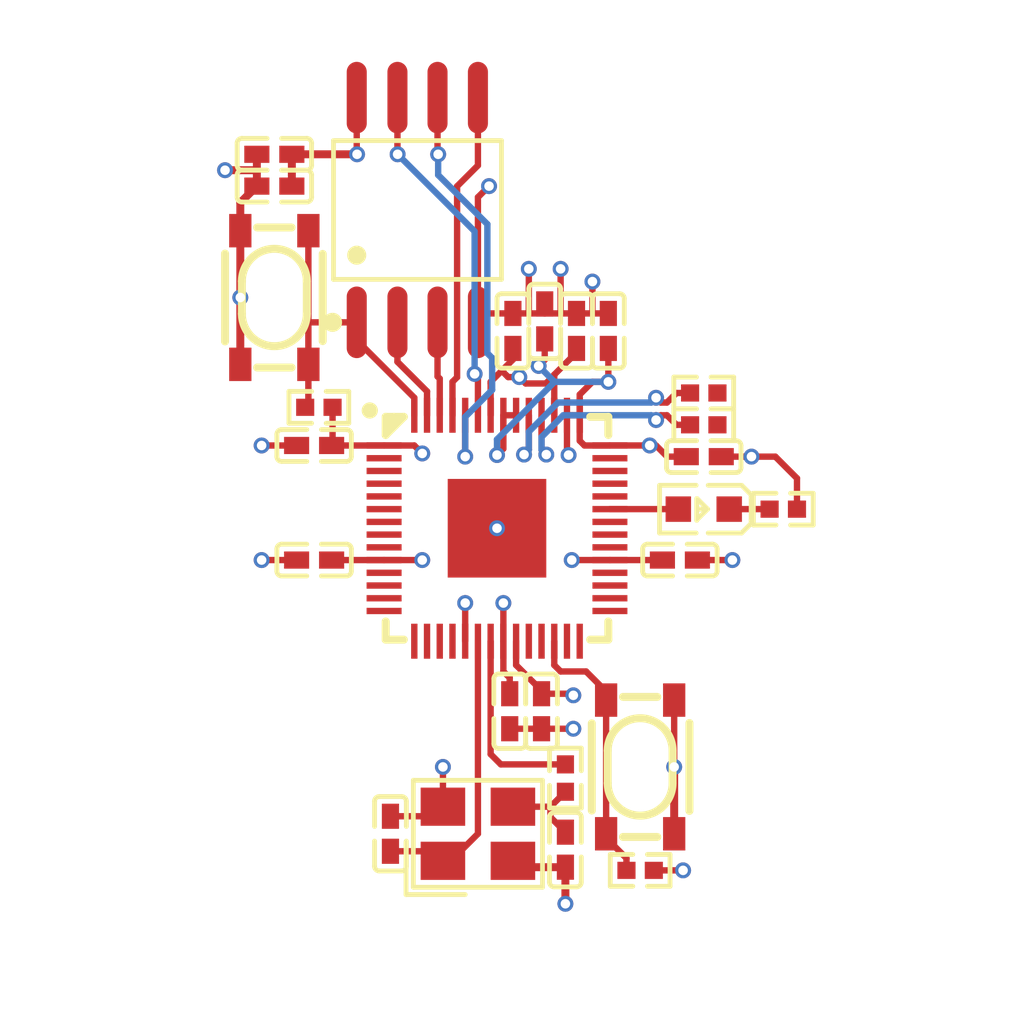
<source format=kicad_pcb>
(kicad_pcb (version 20241229) (generator "pcbnew") (generator_version "9.0")
  (layers (0 "F.Cu" signal) (4 "In1.Cu" signal) (6 "In2.Cu" signal) (2 "B.Cu" signal) (13 "F.Paste" user) (15 "B.Paste" user) (5 "F.SilkS" user "F.Silkscreen") (7 "B.SilkS" user "B.Silkscreen") (1 "F.Mask" user) (3 "B.Mask" user) (25 "Edge.Cuts" user))
  (net 0 "")
  (net 1 "_core_regulator_out_power-VCC")
  (net 2 "gpio[29]-line")
  (net 3 "input-USB_D_P")
  (net 4 "gpio[26]-line")
  (net 5 "GPIO22")
  (net 6 "input-USB_D_N")
  (net 7 "GPIO24")
  (net 8 "GPIO11")
  (net 9 "gpio[28]-line")
  (net 10 "GPIO5")
  (net 11 "SWD_CLK")
  (net 12 "GPIO16")
  (net 13 "gpio[27]-line")
  (net 14 "GPIO9")
  (net 15 "K")
  (net 16 "GPIO15")
  (net 17 "SCL")
  (net 18 "TX")
  (net 19 "XOUT")
  (net 20 "GPIO14")
  (net 21 "SCLK")
  (net 22 "GPIO21")
  (net 23 "GPIO23")
  (net 24 "XIN")
  (net 25 "RX")
  (net 26 "SDA")
  (net 27 "MOSI")
  (net 28 "GPIO8")
  (net 29 "GPIO10")
  (net 30 "MISO")
  (net 31 "GPIO6")
  (net 32 "GPIO17")
  (net 33 "GPIO4")
  (net 34 "GPIO12")
  (net 35 "GPIO13")
  (net 36 "GPIO7")
  (net 37 "SWD_DIO")
  (net 38 "data_1")
  (net 39 "power-VCC")
  (net 40 "A")
  (net 41 "clock")
  (net 42 "data_0")
  (net 43 "data_2")
  (net 44 "data_3")
  (net 45 "output")
  (net 46 "GND")
  (net 47 "output-USB_D_P")
  (net 48 "output-USB_D_N")
  (net 49 "RUN")
  (net 50 "chip_select")
  (footprint "ALPSALPINE_SKRPACE010:KEY-SMD_4P-L4.2-W3.2-P2.20-LS4.6" (layer "F.Cu") (at -7 -7.25 -90)
    (property "Reference" "SW1" (hide yes))
    (property "Value" "")
    (pad "1" smd rect (at -2.1 -1.07 270) (size 1.05 0.7) (layers "F.Cu" "F.Mask" "F.Paste") (net 50 "chip_select"))
    (pad "2" smd rect (at 2.1 -1.07 270) (size 1.05 0.7) (layers "F.Cu" "F.Mask" "F.Paste") (net 50 "chip_select"))
    (pad "3" smd rect (at -2.1 1.07 270) (size 1.05 0.7) (layers "F.Cu" "F.Mask" "F.Paste") (net 46 "GND"))
    (pad "4" smd rect (at 2.1 1.07 270) (size 1.05 0.7) (layers "F.Cu" "F.Mask" "F.Paste") (net 46 "GND"))
  )
  (footprint "Samsung_Electro_Mechanics_CL05B104KO5NNNC:C0402" (layer "F.Cu") (at -5.75 1 180)
    (property "Reference" "C14" (hide yes))
    (property "Value" "100nF ±10% 16V X7R")
    (pad "1" smd rect (at -0.55 0 180) (size 0.79 0.54) (layers "F.Cu" "F.Mask" "F.Paste") (net 39 "power-VCC"))
    (pad "2" smd rect (at 0.55 0 180) (size 0.79 0.54) (layers "F.Cu" "F.Mask" "F.Paste") (net 46 "GND"))
  )
  (footprint "Samsung_Electro_Mechanics_CL05B104KO5NNNC:C0402" (layer "F.Cu") (at -7 -10.75 180)
    (property "Reference" "C16" (hide yes))
    (property "Value" "100nF ±10% 16V X7R")
    (pad "1" smd rect (at -0.55 0 180) (size 0.79 0.54) (layers "F.Cu" "F.Mask" "F.Paste") (net 39 "power-VCC"))
    (pad "2" smd rect (at 0.55 0 180) (size 0.79 0.54) (layers "F.Cu" "F.Mask" "F.Paste") (net 46 "GND"))
  )
  (footprint "UNI_ROYAL_0402WGF1001TCE:R0402" (layer "F.Cu") (at 2.15 7.85 90)
    (property "Reference" "R2" (hide yes))
    (property "Value" "1kΩ ±1% 62.5mW")
    (pad "1" smd rect (at -0.43 0 90) (size 0.57 0.54) (layers "F.Cu" "F.Mask" "F.Paste") (net 45 "output"))
    (pad "2" smd rect (at 0.43 0 90) (size 0.57 0.54) (layers "F.Cu" "F.Mask" "F.Paste") (net 19 "XOUT"))
  )
  (footprint "Samsung_Electro_Mechanics_CL05A225MQ5NSNC:C0402" (layer "F.Cu") (at -7 -11.75 180)
    (property "Reference" "C15" (hide yes))
    (property "Value" "2.2µF ±20% 6.3V X5R")
    (pad "1" smd rect (at -0.55 0 180) (size 0.79 0.54) (layers "F.Cu" "F.Mask" "F.Paste") (net 39 "power-VCC"))
    (pad "2" smd rect (at 0.55 0 180) (size 0.79 0.54) (layers "F.Cu" "F.Mask" "F.Paste") (net 46 "GND"))
  )
  (footprint "Samsung_Electro_Mechanics_CL05A225MQ5NSNC:C0402" (layer "F.Cu") (at 3.5 -6.2 90)
    (property "Reference" "C8" (hide yes))
    (property "Value" "2.2µF ±20% 6.3V X5R")
    (pad "1" smd rect (at -0.55 0 90) (size 0.79 0.54) (layers "F.Cu" "F.Mask" "F.Paste") (net 39 "power-VCC"))
    (pad "2" smd rect (at 0.55 0 90) (size 0.79 0.54) (layers "F.Cu" "F.Mask" "F.Paste") (net 46 "GND"))
  )
  (footprint "Samsung_Electro_Mechanics_CL05B104KO5NNNC:C0402" (layer "F.Cu") (at 1.5 -6.5 90)
    (property "Reference" "C9" (hide yes))
    (property "Value" "100nF ±10% 16V X7R")
    (pad "1" smd rect (at -0.55 0 90) (size 0.79 0.54) (layers "F.Cu" "F.Mask" "F.Paste") (net 39 "power-VCC"))
    (pad "2" smd rect (at 0.55 0 90) (size 0.79 0.54) (layers "F.Cu" "F.Mask" "F.Paste") (net 46 "GND"))
  )
  (footprint "UNI_ROYAL_0402WGF1002TCE:R0402" (layer "F.Cu") (at 4.5 10.75 0)
    (property "Reference" "R4" (hide yes))
    (property "Value" "10kΩ ±1% 62.5mW")
    (pad "1" smd rect (at -0.43 0 0) (size 0.57 0.54) (layers "F.Cu" "F.Mask" "F.Paste") (net 49 "RUN"))
    (pad "2" smd rect (at 0.43 0 0) (size 0.57 0.54) (layers "F.Cu" "F.Mask" "F.Paste") (net 39 "power-VCC"))
  )
  (footprint "FH_0402CG150J500NT:C0402" (layer "F.Cu") (at -3.35 9.6 90)
    (property "Reference" "C5" (hide yes))
    (property "Value" "15pF ±5% 50V C0G")
    (pad "1" smd rect (at -0.55 0 90) (size 0.79 0.54) (layers "F.Cu" "F.Mask" "F.Paste") (net 24 "XIN"))
    (pad "2" smd rect (at 0.55 0 90) (size 0.79 0.54) (layers "F.Cu" "F.Mask" "F.Paste") (net 46 "GND"))
  )
  (footprint "YAGEO_RC0402FR_0727RL:R0402" (layer "F.Cu") (at 6.5 -4.25 180)
    (property "Reference" "R5" (hide yes))
    (property "Value" "27Ω ±1% 62.5mW")
    (pad "1" smd rect (at -0.43 0 180) (size 0.57 0.54) (layers "F.Cu" "F.Mask" "F.Paste") (net 3 "input-USB_D_P"))
    (pad "2" smd rect (at 0.43 0 180) (size 0.57 0.54) (layers "F.Cu" "F.Mask" "F.Paste") (net 47 "output-USB_D_P"))
  )
  (footprint "Abracon_LLC_ABM8_272_T3:CRYSTAL-SMD_4P-L3.2-W2.5-BL" (layer "F.Cu") (at -0.6 9.6 0)
    (property "Reference" "X1" (hide yes))
    (property "Value" "")
    (pad "1" smd rect (at -1.1 0.85 0) (size 1.4 1.2) (layers "F.Cu" "F.Mask" "F.Paste") (net 24 "XIN"))
    (pad "2" smd rect (at 1.1 0.85 0) (size 1.4 1.2) (layers "F.Cu" "F.Mask" "F.Paste") (net 46 "GND"))
    (pad "3" smd rect (at 1.1 -0.85 0) (size 1.4 1.2) (layers "F.Cu" "F.Mask" "F.Paste") (net 45 "output"))
    (pad "4" smd rect (at -1.1 -0.85 0) (size 1.4 1.2) (layers "F.Cu" "F.Mask" "F.Paste") (net 46 "GND"))
  )
  (footprint "Samsung_Electro_Mechanics_CL05A225MQ5NSNC:C0402" (layer "F.Cu") (at 2.5 -6.2 90)
    (property "Reference" "C2" (hide yes))
    (property "Value" "2.2µF ±20% 6.3V X5R")
    (pad "1" smd rect (at -0.55 0 90) (size 0.79 0.54) (layers "F.Cu" "F.Mask" "F.Paste") (net 1 "_core_regulator_out_power-VCC"))
    (pad "2" smd rect (at 0.55 0 90) (size 0.79 0.54) (layers "F.Cu" "F.Mask" "F.Paste") (net 46 "GND"))
  )
  (footprint "Samsung_Electro_Mechanics_CL05B104KO5NNNC:C0402" (layer "F.Cu") (at 0.4 5.75 -90)
    (property "Reference" "C10" (hide yes))
    (property "Value" "100nF ±10% 16V X7R")
    (pad "1" smd rect (at -0.55 0 270) (size 0.79 0.54) (layers "F.Cu" "F.Mask" "F.Paste") (net 39 "power-VCC"))
    (pad "2" smd rect (at 0.55 0 270) (size 0.79 0.54) (layers "F.Cu" "F.Mask" "F.Paste") (net 46 "GND"))
  )
  (footprint "Raspberry_Pi_RP2040:LQFN-56_L7.0-W7.0-P0.4-EP" (layer "F.Cu") (at 0 0 0)
    (property "Reference" "U1" (hide yes))
    (property "Value" "")
    (pad "1" smd rect (at -3.55 -2.6 0) (size 1.1 0.2) (layers "F.Cu" "F.Mask" "F.Paste") (net 39 "power-VCC"))
    (pad "2" smd rect (at -3.55 -2.2 0) (size 1.1 0.2) (layers "F.Cu" "F.Mask" "F.Paste") (net 18 "TX"))
    (pad "3" smd rect (at -3.55 -1.8 0) (size 1.1 0.2) (layers "F.Cu" "F.Mask" "F.Paste") (net 25 "RX"))
    (pad "4" smd rect (at -3.55 -1.4 0) (size 1.1 0.2) (layers "F.Cu" "F.Mask" "F.Paste") (net 26 "SDA"))
    (pad "5" smd rect (at -3.55 -1 0) (size 1.1 0.2) (layers "F.Cu" "F.Mask" "F.Paste") (net 17 "SCL"))
    (pad "6" smd rect (at -3.55 -0.6 0) (size 1.1 0.2) (layers "F.Cu" "F.Mask" "F.Paste") (net 33 "GPIO4"))
    (pad "7" smd rect (at -3.55 -0.2 0) (size 1.1 0.2) (layers "F.Cu" "F.Mask" "F.Paste") (net 10 "GPIO5"))
    (pad "8" smd rect (at -3.55 0.2 0) (size 1.1 0.2) (layers "F.Cu" "F.Mask" "F.Paste") (net 31 "GPIO6"))
    (pad "9" smd rect (at -3.55 0.6 0) (size 1.1 0.2) (layers "F.Cu" "F.Mask" "F.Paste") (net 36 "GPIO7"))
    (pad "10" smd rect (at -3.55 1 0) (size 1.1 0.2) (layers "F.Cu" "F.Mask" "F.Paste") (net 39 "power-VCC"))
    (pad "11" smd rect (at -3.55 1.4 0) (size 1.1 0.2) (layers "F.Cu" "F.Mask" "F.Paste") (net 28 "GPIO8"))
    (pad "12" smd rect (at -3.55 1.8 0) (size 1.1 0.2) (layers "F.Cu" "F.Mask" "F.Paste") (net 14 "GPIO9"))
    (pad "13" smd rect (at -3.55 2.2 0) (size 1.1 0.2) (layers "F.Cu" "F.Mask" "F.Paste") (net 29 "GPIO10"))
    (pad "14" smd rect (at -3.55 2.6 0) (size 1.1 0.2) (layers "F.Cu" "F.Mask" "F.Paste") (net 8 "GPIO11"))
    (pad "15" smd rect (at -2.6 3.55 90) (size 1.1 0.2) (layers "F.Cu" "F.Mask" "F.Paste") (net 34 "GPIO12"))
    (pad "16" smd rect (at -2.2 3.55 90) (size 1.1 0.2) (layers "F.Cu" "F.Mask" "F.Paste") (net 35 "GPIO13"))
    (pad "17" smd rect (at -1.8 3.55 90) (size 1.1 0.2) (layers "F.Cu" "F.Mask" "F.Paste") (net 20 "GPIO14"))
    (pad "18" smd rect (at -1.4 3.55 90) (size 1.1 0.2) (layers "F.Cu" "F.Mask" "F.Paste") (net 16 "GPIO15"))
    (pad "19" smd rect (at -1 3.55 90) (size 1.1 0.2) (layers "F.Cu" "F.Mask" "F.Paste") (net 46 "GND"))
    (pad "20" smd rect (at -0.6 3.55 90) (size 1.1 0.2) (layers "F.Cu" "F.Mask" "F.Paste") (net 24 "XIN"))
    (pad "21" smd rect (at -0.2 3.55 90) (size 1.1 0.2) (layers "F.Cu" "F.Mask" "F.Paste") (net 19 "XOUT"))
    (pad "22" smd rect (at 0.2 3.55 90) (size 1.1 0.2) (layers "F.Cu" "F.Mask" "F.Paste") (net 39 "power-VCC"))
    (pad "23" smd rect (at 0.6 3.55 90) (size 1.1 0.2) (layers "F.Cu" "F.Mask" "F.Paste") (net 1 "_core_regulator_out_power-VCC"))
    (pad "24" smd rect (at 1 3.55 90) (size 1.1 0.2) (layers "F.Cu" "F.Mask" "F.Paste") (net 11 "SWD_CLK"))
    (pad "25" smd rect (at 1.4 3.55 90) (size 1.1 0.2) (layers "F.Cu" "F.Mask" "F.Paste") (net 37 "SWD_DIO"))
    (pad "26" smd rect (at 1.8 3.55 90) (size 1.1 0.2) (layers "F.Cu" "F.Mask" "F.Paste") (net 49 "RUN"))
    (pad "27" smd rect (at 2.2 3.55 90) (size 1.1 0.2) (layers "F.Cu" "F.Mask" "F.Paste") (net 12 "GPIO16"))
    (pad "28" smd rect (at 2.6 3.55 90) (size 1.1 0.2) (layers "F.Cu" "F.Mask" "F.Paste") (net 32 "GPIO17"))
    (pad "29" smd rect (at 3.55 2.6 180) (size 1.1 0.2) (layers "F.Cu" "F.Mask" "F.Paste") (net 21 "SCLK"))
    (pad "30" smd rect (at 3.55 2.2 180) (size 1.1 0.2) (layers "F.Cu" "F.Mask" "F.Paste") (net 27 "MOSI"))
    (pad "31" smd rect (at 3.55 1.8 180) (size 1.1 0.2) (layers "F.Cu" "F.Mask" "F.Paste") (net 30 "MISO"))
    (pad "32" smd rect (at 3.55 1.4 180) (size 1.1 0.2) (layers "F.Cu" "F.Mask" "F.Paste") (net 22 "GPIO21"))
    (pad "33" smd rect (at 3.55 1 180) (size 1.1 0.2) (layers "F.Cu" "F.Mask" "F.Paste") (net 39 "power-VCC"))
    (pad "34" smd rect (at 3.55 0.6 180) (size 1.1 0.2) (layers "F.Cu" "F.Mask" "F.Paste") (net 5 "GPIO22"))
    (pad "35" smd rect (at 3.55 0.2 180) (size 1.1 0.2) (layers "F.Cu" "F.Mask" "F.Paste") (net 23 "GPIO23"))
    (pad "36" smd rect (at 3.55 -0.2 180) (size 1.1 0.2) (layers "F.Cu" "F.Mask" "F.Paste") (net 7 "GPIO24"))
    (pad "37" smd rect (at 3.55 -0.6 180) (size 1.1 0.2) (layers "F.Cu" "F.Mask" "F.Paste") (net 40 "A"))
    (pad "38" smd rect (at 3.55 -1 180) (size 1.1 0.2) (layers "F.Cu" "F.Mask" "F.Paste") (net 4 "gpio[26]-line"))
    (pad "39" smd rect (at 3.55 -1.4 180) (size 1.1 0.2) (layers "F.Cu" "F.Mask" "F.Paste") (net 13 "gpio[27]-line"))
    (pad "40" smd rect (at 3.55 -1.8 180) (size 1.1 0.2) (layers "F.Cu" "F.Mask" "F.Paste") (net 9 "gpio[28]-line"))
    (pad "41" smd rect (at 3.55 -2.2 180) (size 1.1 0.2) (layers "F.Cu" "F.Mask" "F.Paste") (net 2 "gpio[29]-line"))
    (pad "42" smd rect (at 3.55 -2.6 180) (size 1.1 0.2) (layers "F.Cu" "F.Mask" "F.Paste") (net 39 "power-VCC"))
    (pad "43" smd rect (at 2.6 -3.55 270) (size 1.1 0.2) (layers "F.Cu" "F.Mask" "F.Paste") (net 39 "power-VCC"))
    (pad "44" smd rect (at 2.2 -3.55 270) (size 1.1 0.2) (layers "F.Cu" "F.Mask" "F.Paste") (net 39 "power-VCC"))
    (pad "45" smd rect (at 1.8 -3.55 270) (size 1.1 0.2) (layers "F.Cu" "F.Mask" "F.Paste") (net 1 "_core_regulator_out_power-VCC"))
    (pad "46" smd rect (at 1.4 -3.55 270) (size 1.1 0.2) (layers "F.Cu" "F.Mask" "F.Paste") (net 48 "output-USB_D_N"))
    (pad "47" smd rect (at 1 -3.55 270) (size 1.1 0.2) (layers "F.Cu" "F.Mask" "F.Paste") (net 47 "output-USB_D_P"))
    (pad "48" smd rect (at 0.6 -3.55 270) (size 1.1 0.2) (layers "F.Cu" "F.Mask" "F.Paste") (net 39 "power-VCC"))
    (pad "49" smd rect (at 0.2 -3.55 270) (size 1.1 0.2) (layers "F.Cu" "F.Mask" "F.Paste") (net 39 "power-VCC"))
    (pad "50" smd rect (at -0.2 -3.55 270) (size 1.1 0.2) (layers "F.Cu" "F.Mask" "F.Paste") (net 1 "_core_regulator_out_power-VCC"))
    (pad "51" smd rect (at -0.6 -3.55 270) (size 1.1 0.2) (layers "F.Cu" "F.Mask" "F.Paste") (net 44 "data_3"))
    (pad "52" smd rect (at -1 -3.55 270) (size 1.1 0.2) (layers "F.Cu" "F.Mask" "F.Paste") (net 41 "clock"))
    (pad "53" smd rect (at -1.4 -3.55 270) (size 1.1 0.2) (layers "F.Cu" "F.Mask" "F.Paste") (net 42 "data_0"))
    (pad "54" smd rect (at -1.8 -3.55 270) (size 1.1 0.2) (layers "F.Cu" "F.Mask" "F.Paste") (net 43 "data_2"))
    (pad "55" smd rect (at -2.2 -3.55 270) (size 1.1 0.2) (layers "F.Cu" "F.Mask" "F.Paste") (net 38 "data_1"))
    (pad "56" smd rect (at -2.6 -3.55 270) (size 1.1 0.2) (layers "F.Cu" "F.Mask" "F.Paste") (net 50 "chip_select"))
    (pad "57" smd rect (at 0 0 0) (size 3.1 3.1) (layers "F.Cu" "F.Mask" "F.Paste") (net 46 "GND"))
  )
  (footprint "Hubei_KENTO_Elec_KT_0603R:LED0603-RD" (layer "F.Cu") (at 6.5 -0.6 180)
    (property "Reference" "LED1" (hide yes))
    (property "Value" "")
    (pad "1" smd rect (at -0.8 0 270) (size 0.8 0.8) (layers "F.Cu" "F.Mask" "F.Paste") (net 15 "K"))
    (pad "2" smd rect (at 0.8 0 270) (size 0.8 0.8) (layers "F.Cu" "F.Mask" "F.Paste") (net 40 "A"))
  )
  (footprint "Samsung_Electro_Mechanics_CL05B104KO5NNNC:C0402" (layer "F.Cu") (at 6.5 -2.25 0)
    (property "Reference" "C11" (hide yes))
    (property "Value" "100nF ±10% 16V X7R")
    (pad "1" smd rect (at -0.55 0 0) (size 0.79 0.54) (layers "F.Cu" "F.Mask" "F.Paste") (net 39 "power-VCC"))
    (pad "2" smd rect (at 0.55 0 0) (size 0.79 0.54) (layers "F.Cu" "F.Mask" "F.Paste") (net 46 "GND"))
  )
  (footprint "ALPSALPINE_SKRPACE010:KEY-SMD_4P-L4.2-W3.2-P2.20-LS4.6" (layer "F.Cu") (at 4.5 7.5 90)
    (property "Reference" "SW2" (hide yes))
    (property "Value" "")
    (pad "1" smd rect (at -2.1 -1.07 90) (size 1.05 0.7) (layers "F.Cu" "F.Mask" "F.Paste") (net 49 "RUN"))
    (pad "2" smd rect (at 2.1 -1.07 90) (size 1.05 0.7) (layers "F.Cu" "F.Mask" "F.Paste") (net 49 "RUN"))
    (pad "3" smd rect (at -2.1 1.07 90) (size 1.05 0.7) (layers "F.Cu" "F.Mask" "F.Paste") (net 46 "GND"))
    (pad "4" smd rect (at 2.1 1.07 90) (size 1.05 0.7) (layers "F.Cu" "F.Mask" "F.Paste") (net 46 "GND"))
  )
  (footprint "UNI_ROYAL_0402WGF1002TCE:R0402" (layer "F.Cu") (at -5.6 -3.8 0)
    (property "Reference" "R1" (hide yes))
    (property "Value" "10kΩ ±1% 62.5mW")
    (pad "1" smd rect (at -0.43 0 0) (size 0.57 0.54) (layers "F.Cu" "F.Mask" "F.Paste") (net 50 "chip_select"))
    (pad "2" smd rect (at 0.43 0 0) (size 0.57 0.54) (layers "F.Cu" "F.Mask" "F.Paste") (net 39 "power-VCC"))
  )
  (footprint "Samsung_Electro_Mechanics_CL05B104KO5NNNC:C0402" (layer "F.Cu") (at 0.5 -6.2 90)
    (property "Reference" "C3" (hide yes))
    (property "Value" "100nF ±10% 16V X7R")
    (pad "1" smd rect (at -0.55 0 90) (size 0.79 0.54) (layers "F.Cu" "F.Mask" "F.Paste") (net 1 "_core_regulator_out_power-VCC"))
    (pad "2" smd rect (at 0.55 0 90) (size 0.79 0.54) (layers "F.Cu" "F.Mask" "F.Paste") (net 46 "GND"))
  )
  (footprint "FH_0402CG150J500NT:C0402" (layer "F.Cu") (at 2.15 10.1 -90)
    (property "Reference" "C6" (hide yes))
    (property "Value" "15pF ±5% 50V C0G")
    (pad "1" smd rect (at -0.55 0 270) (size 0.79 0.54) (layers "F.Cu" "F.Mask" "F.Paste") (net 45 "output"))
    (pad "2" smd rect (at 0.55 0 270) (size 0.79 0.54) (layers "F.Cu" "F.Mask" "F.Paste") (net 46 "GND"))
  )
  (footprint "Winbond_Elec_W25Q128JVSIQ:SOIC-8_L5.3-W5.3-P1.27-LS8.0-BL" (layer "F.Cu") (at -2.5 -10 0)
    (property "Reference" "U2" (hide yes))
    (property "Value" "")
    (pad "1" smd oval (at -1.91 3.53 0) (size 0.63 2.25) (layers "F.Cu" "F.Mask" "F.Paste") (net 50 "chip_select"))
    (pad "2" smd oval (at -0.63 3.53 0) (size 0.63 2.25) (layers "F.Cu" "F.Mask" "F.Paste") (net 38 "data_1"))
    (pad "3" smd oval (at 0.63 3.53 0) (size 0.63 2.25) (layers "F.Cu" "F.Mask" "F.Paste") (net 43 "data_2"))
    (pad "4" smd oval (at 1.9 3.53 0) (size 0.63 2.25) (layers "F.Cu" "F.Mask" "F.Paste") (net 46 "GND"))
    (pad "5" smd oval (at 1.9 -3.53 0) (size 0.63 2.25) (layers "F.Cu" "F.Mask" "F.Paste") (net 42 "data_0"))
    (pad "6" smd oval (at 0.63 -3.53 0) (size 0.63 2.25) (layers "F.Cu" "F.Mask" "F.Paste") (net 41 "clock"))
    (pad "7" smd oval (at -0.63 -3.53 0) (size 0.63 2.25) (layers "F.Cu" "F.Mask" "F.Paste") (net 44 "data_3"))
    (pad "8" smd oval (at -1.91 -3.53 0) (size 0.63 2.25) (layers "F.Cu" "F.Mask" "F.Paste") (net 39 "power-VCC"))
  )
  (footprint "UNI_ROYAL_0402WGF1002TCE:R0402" (layer "F.Cu") (at 9 -0.6 180)
    (property "Reference" "R3" (hide yes))
    (property "Value" "10kΩ ±1% 62.5mW")
    (pad "1" smd rect (at -0.43 0 180) (size 0.57 0.54) (layers "F.Cu" "F.Mask" "F.Paste") (net 46 "GND"))
    (pad "2" smd rect (at 0.43 0 180) (size 0.57 0.54) (layers "F.Cu" "F.Mask" "F.Paste") (net 15 "K"))
  )
  (footprint "Samsung_Electro_Mechanics_CL05B104KO5NNNC:C0402" (layer "F.Cu") (at -5.75 -2.6 180)
    (property "Reference" "C13" (hide yes))
    (property "Value" "100nF ±10% 16V X7R")
    (pad "1" smd rect (at -0.55 0 180) (size 0.79 0.54) (layers "F.Cu" "F.Mask" "F.Paste") (net 39 "power-VCC"))
    (pad "2" smd rect (at 0.55 0 180) (size 0.79 0.54) (layers "F.Cu" "F.Mask" "F.Paste") (net 46 "GND"))
  )
  (footprint "YAGEO_RC0402FR_0727RL:R0402" (layer "F.Cu") (at 6.5 -3.25 180)
    (property "Reference" "R6" (hide yes))
    (property "Value" "27Ω ±1% 62.5mW")
    (pad "1" smd rect (at -0.43 0 180) (size 0.57 0.54) (layers "F.Cu" "F.Mask" "F.Paste") (net 6 "input-USB_D_N"))
    (pad "2" smd rect (at 0.43 0 180) (size 0.57 0.54) (layers "F.Cu" "F.Mask" "F.Paste") (net 48 "output-USB_D_N"))
  )
  (footprint "Samsung_Electro_Mechanics_CL05B104KO5NNNC:C0402" (layer "F.Cu") (at 1.4 5.75 -90)
    (property "Reference" "C4" (hide yes))
    (property "Value" "100nF ±10% 16V X7R")
    (pad "1" smd rect (at -0.55 0 270) (size 0.79 0.54) (layers "F.Cu" "F.Mask" "F.Paste") (net 1 "_core_regulator_out_power-VCC"))
    (pad "2" smd rect (at 0.55 0 270) (size 0.79 0.54) (layers "F.Cu" "F.Mask" "F.Paste") (net 46 "GND"))
  )
  (footprint "Samsung_Electro_Mechanics_CL05B104KO5NNNC:C0402" (layer "F.Cu") (at 5.75 1 0)
    (property "Reference" "C12" (hide yes))
    (property "Value" "100nF ±10% 16V X7R")
    (pad "1" smd rect (at -0.55 0 0) (size 0.79 0.54) (layers "F.Cu" "F.Mask" "F.Paste") (net 39 "power-VCC"))
    (pad "2" smd rect (at 0.55 0 0) (size 0.79 0.54) (layers "F.Cu" "F.Mask" "F.Paste") (net 46 "GND"))
  )
  (via (at 0.7 -4.75) (size 0.5) (drill 0.3) (layers "F.Cu" "B.Cu") (net 1))
  (via (at 2.4 5.25) (size 0.5) (drill 0.3) (layers "F.Cu" "B.Cu") (net 1))
  (via (at 0.2 2.35) (size 0.5) (drill 0.3) (layers "F.Cu" "B.Cu") (net 39))
  (via (at -2.35 1) (size 0.5) (drill 0.3) (layers "F.Cu" "B.Cu") (net 39))
  (via (at -2.35 -2.35) (size 0.5) (drill 0.3) (layers "F.Cu" "B.Cu") (net 39))
  (via (at -4.4 -11.75) (size 0.5) (drill 0.3) (layers "F.Cu" "B.Cu") (net 39))
  (via (at 4.8 -2.601) (size 0.5) (drill 0.3) (layers "F.Cu" "B.Cu") (net 39))
  (via (at 1.308065 -5.1) (size 0.5) (drill 0.3) (layers "F.Cu" "B.Cu") (net 39))
  (via (at 0 -2.3) (size 0.5) (drill 0.3) (layers "F.Cu" "B.Cu") (net 39))
  (via (at 5.85 10.75) (size 0.5) (drill 0.3) (layers "F.Cu" "B.Cu") (net 39))
  (via (at 3.5 -4.6) (size 0.5) (drill 0.3) (layers "F.Cu" "B.Cu") (net 39))
  (via (at 2.35 1) (size 0.5) (drill 0.3) (layers "F.Cu" "B.Cu") (net 39))
  (via (at 2.249828 -2.298886) (size 0.5) (drill 0.3) (layers "F.Cu" "B.Cu") (net 39))
  (via (at -1.85 -11.75) (size 0.5) (drill 0.3) (layers "F.Cu" "B.Cu") (net 41))
  (via (at -1 -2.25) (size 0.5) (drill 0.3) (layers "F.Cu" "B.Cu") (net 41))
  (via (at -3.125 -11.75) (size 0.5) (drill 0.3) (layers "F.Cu" "B.Cu") (net 44))
  (via (at -0.704 -4.85) (size 0.5) (drill 0.3) (layers "F.Cu" "B.Cu") (net 44))
  (via (at 5.57 7.5) (size 0.5) (drill 0.3) (layers "F.Cu" "B.Cu") (net 46))
  (via (at -1.7 7.5) (size 0.5) (drill 0.3) (layers "F.Cu" "B.Cu") (net 46))
  (via (at 0 0) (size 0.5) (drill 0.3) (layers "F.Cu" "B.Cu") (net 46))
  (via (at -1 2.35) (size 0.5) (drill 0.3) (layers "F.Cu" "B.Cu") (net 46))
  (via (at 2 -8.15) (size 0.5) (drill 0.3) (layers "F.Cu" "B.Cu") (net 46))
  (via (at 7.4 1) (size 0.5) (drill 0.3) (layers "F.Cu" "B.Cu") (net 46))
  (via (at -0.25 -10.75) (size 0.5) (drill 0.3) (layers "F.Cu" "B.Cu") (net 46))
  (via (at 1 -8.15) (size 0.5) (drill 0.3) (layers "F.Cu" "B.Cu") (net 46))
  (via (at 2.4 6.3) (size 0.5) (drill 0.3) (layers "F.Cu" "B.Cu") (net 46))
  (via (at 2.15 11.8) (size 0.5) (drill 0.3) (layers "F.Cu" "B.Cu") (net 46))
  (via (at 8 -2.25) (size 0.5) (drill 0.3) (layers "F.Cu" "B.Cu") (net 46))
  (via (at 3 -7.75) (size 0.5) (drill 0.3) (layers "F.Cu" "B.Cu") (net 46))
  (via (at -7.4 -2.6) (size 0.5) (drill 0.3) (layers "F.Cu" "B.Cu") (net 46))
  (via (at -7.4 1) (size 0.5) (drill 0.3) (layers "F.Cu" "B.Cu") (net 46))
  (via (at -8.55 -11.25) (size 0.5) (drill 0.3) (layers "F.Cu" "B.Cu") (net 46))
  (via (at -8.07 -7.25) (size 0.5) (drill 0.3) (layers "F.Cu" "B.Cu") (net 46))
  (via (at 5 -4.1) (size 0.5) (drill 0.3) (layers "F.Cu" "B.Cu") (net 47))
  (via (at 0.85 -2.314537) (size 0.5) (drill 0.3) (layers "F.Cu" "B.Cu") (net 47))
  (via (at 1.55 -2.314537) (size 0.5) (drill 0.3) (layers "F.Cu" "B.Cu") (net 48))
  (via (at 5 -3.4) (size 0.5) (drill 0.3) (layers "F.Cu" "B.Cu") (net 48))
  (segment (start 0.35 -4.75) (end 0.7 -4.75) (width 0.2) (net 1) (layer "F.Cu"))
  (segment (start 2.5 -5.525) (end 1.8 -4.825) (width 0.2) (net 1) (layer "F.Cu"))
  (segment (start -0.2 -3.55) (end -0.2 -4.55) (width 0.2) (net 1) (layer "F.Cu"))
  (segment (start 1.4 5.1) (end 1.4 5.2) (width 0.2) (net 1) (layer "F.Cu"))
  (segment (start 2.35 5.2) (end 2.4 5.25) (width 0.2) (net 1) (layer "F.Cu"))
  (segment (start 1.8 -4.825) (end 1.8 -4.55) (width 0.2) (net 1) (layer "F.Cu"))
  (segment (start 0.15 -4.95) (end 0.35 -4.75) (width 0.2) (net 1) (layer "F.Cu"))
  (segment (start 0.5 -5.3) (end 0.5 -5.65) (width 0.2) (net 1) (layer "F.Cu"))
  (segment (start -0.2 -4.55) (end -0.2 -4.6) (width 0.2) (net 1) (layer "F.Cu"))
  (segment (start 0.7 -4.75) (end 0.901 -4.549) (width 0.2) (net 1) (layer "F.Cu"))
  (segment (start 0.15 -4.95) (end 0.5 -5.3) (width 0.2) (net 1) (layer "F.Cu"))
  (segment (start 2.5 -5.65) (end 2.5 -5.525) (width 0.2) (net 1) (layer "F.Cu"))
  (segment (start 0.6 4.3) (end 1.4 5.1) (width 0.2) (net 1) (layer "F.Cu"))
  (segment (start -0.2 -4.6) (end 0.15 -4.95) (width 0.2) (net 1) (layer "F.Cu"))
  (segment (start 1.8 -4.55) (end 1.8 -3.55) (width 0.2) (net 1) (layer "F.Cu"))
  (segment (start 1.536297 -4.549) (end 1.806149 -4.818852) (width 0.2) (net 1) (layer "F.Cu"))
  (segment (start 0.6 3.55) (end 0.6 4.3) (width 0.2) (net 1) (layer "F.Cu"))
  (segment (start 1.4 5.2) (end 2.35 5.2) (width 0.2) (net 1) (layer "F.Cu"))
  (segment (start 0.901 -4.549) (end 1.536297 -4.549) (width 0.2) (net 1) (layer "F.Cu"))
  (segment (start 7.299999 -0.6) (end 8.57 -0.6) (width 0.2) (net 15) (layer "F.Cu"))
  (segment (start 0.12 7.42) (end 2.15 7.42) (width 0.2) (net 19) (layer "F.Cu"))
  (segment (start -0.2 7.1) (end 0.12 7.42) (width 0.2) (net 19) (layer "F.Cu"))
  (segment (start -0.2 3.55) (end -0.2 7.1) (width 0.2) (net 19) (layer "F.Cu"))
  (segment (start -3.35 10.15) (end -2 10.15) (width 0.2) (net 24) (layer "F.Cu"))
  (segment (start -0.6 9.6) (end -1.45 10.45) (width 0.2) (net 24) (layer "F.Cu"))
  (segment (start -2 10.15) (end -1.7 10.45) (width 0.2) (net 24) (layer "F.Cu"))
  (segment (start -1.45 10.45) (end -1.7 10.45) (width 0.2) (net 24) (layer "F.Cu"))
  (segment (start -0.6 3.55) (end -0.6 9.6) (width 0.2) (net 24) (layer "F.Cu"))
  (segment (start -2.2 -3.55) (end -2.2 -4.3) (width 0.2) (net 38) (layer "F.Cu"))
  (segment (start -2.2 -4.3) (end -3.13 -5.23) (width 0.2) (net 38) (layer "F.Cu"))
  (segment (start -3.13 -5.23) (end -3.13 -6.47) (width 0.2) (net 38) (layer "F.Cu"))
  (segment (start -2.6 -2.6) (end -2.35 -2.35) (width 0.2) (net 39) (layer "F.Cu"))
  (segment (start 1.5 -5.291935) (end 1.308065 -5.1) (width 0.2) (net 39) (layer "F.Cu"))
  (segment (start 0.6 -3.55) (end 0.2 -3.55) (width 0.2) (net 39) (layer "F.Cu"))
  (segment (start -5.17 -2.63) (end -5.2 -2.6) (width 0.2) (net 39) (layer "F.Cu"))
  (segment (start -5.17 -3.8) (end -5.17 -2.63) (width 0.2) (net 39) (layer "F.Cu"))
  (segment (start -4.41 -11.76) (end -4.4 -11.75) (width 0.2) (net 39) (layer "F.Cu"))
  (segment (start -4.41 -13.53) (end -4.41 -11.76) (width 0.2) (net 39) (layer "F.Cu"))
  (segment (start 1.5 -5.95) (end 1.5 -5.291935) (width 0.2) (net 39) (layer "F.Cu"))
  (segment (start 5.95 -2.25) (end 5.35 -2.25) (width 0.2) (net 39) (layer "F.Cu"))
  (segment (start 0.2 3.55) (end 0.2 2.35) (width 0.2) (net 39) (layer "F.Cu"))
  (segment (start 0.2 4.5) (end 0.4 4.7) (width 0.2) (net 39) (layer "F.Cu"))
  (segment (start -5.2 1) (end -3.55 1) (width 0.2) (net 39) (layer "F.Cu"))
  (segment (start 3.55 1) (end 2.35 1) (width 0.2) (net 39) (layer "F.Cu"))
  (segment (start 3 -4.6) (end 3.5 -4.6) (width 0.2) (net 39) (layer "F.Cu"))
  (segment (start 4.93 10.75) (end 5.85 10.75) (width 0.2) (net 39) (layer "F.Cu"))
  (segment (start 3.55 1) (end 5.2 1) (width 0.2) (net 39) (layer "F.Cu"))
  (segment (start 2.75 -2.6) (end 2.6 -2.75) (width 0.2) (net 39) (layer "F.Cu"))
  (segment (start 2.2 -3.55) (end 2.2 -2.348714) (width 0.2) (net 39) (layer "F.Cu"))
  (segment (start 3.5 -5.65) (end 3.5 -4.6) (width 0.2) (net 39) (layer "F.Cu"))
  (segment (start -5.2 -2.6) (end -3.55 -2.6) (width 0.2) (net 39) (layer "F.Cu"))
  (segment (start 4.999 -2.601) (end 4.8 -2.601) (width 0.2) (net 39) (layer "F.Cu"))
  (segment (start -6.45 -11.75) (end -4.41 -11.75) (width 0.25) (net 39) (layer "F.Cu"))
  (segment (start 4.8 -2.601) (end 3.55 -2.601) (width 0.2) (net 39) (layer "F.Cu"))
  (segment (start 5.35 -2.25) (end 4.999 -2.601) (width 0.2) (net 39) (layer "F.Cu"))
  (segment (start 2.6 -4.2) (end 3 -4.6) (width 0.2) (net 39) (layer "F.Cu"))
  (segment (start 0.2 -3.55) (end 0.2 -2.5) (width 0.2) (net 39) (layer "F.Cu"))
  (segment (start 2.2 -3.55) (end 2.6 -3.55) (width 0.2) (net 39) (layer "F.Cu"))
  (segment (start -3.55 -2.6) (end -2.6 -2.6) (width 0.2) (net 39) (layer "F.Cu"))
  (segment (start 0.2 -2.5) (end 0 -2.3) (width 0.2) (net 39) (layer "F.Cu"))
  (segment (start 2.2 -2.348714) (end 2.249828 -2.298886) (width 0.2) (net 39) (layer "F.Cu"))
  (segment (start -6.45 -11.75) (end -6.45 -10.75) (width 0.25) (net 39) (layer "F.Cu"))
  (segment (start 2.6 -3.55) (end 2.6 -4.2) (width 0.2) (net 39) (layer "F.Cu"))
  (segment (start 3.55 -2.6) (end 2.75 -2.6) (width 0.2) (net 39) (layer "F.Cu"))
  (segment (start 0.4 4.7) (end 0.4 5.2) (width 0.2) (net 39) (layer "F.Cu"))
  (segment (start -3.55 1) (end -2.35 1) (width 0.2) (net 39) (layer "F.Cu"))
  (segment (start 0.2 3.55) (end 0.2 4.5) (width 0.2) (net 39) (layer "F.Cu"))
  (segment (start -4.41 -14) (end -4.41 -13.53) (width 0.25) (net 39) (layer "F.Cu"))
  (segment (start 2.6 -2.75) (end 2.6 -3.55) (width 0.2) (net 39) (layer "F.Cu"))
  (segment (start 0 -2.791935) (end 1.808065 -4.6) (width 0.2) (net 39) (layer "B.Cu"))
  (segment (start 0 -2.3) (end 0 -2.791935) (width 0.2) (net 39) (layer "B.Cu"))
  (segment (start 1.808065 -4.6) (end 3.5 -4.6) (width 0.2) (net 39) (layer "B.Cu"))
  (segment (start 1.308065 -5.1) (end 1.808065 -4.6) (width 0.2) (net 39) (layer "B.Cu"))
  (segment (start 3.55 -0.6) (end 5.700001 -0.6) (width 0.2) (net 40) (layer "F.Cu"))
  (segment (start -1.87 -11.77) (end -1.85 -11.75) (width 0.2) (net 41) (layer "F.Cu"))
  (segment (start -1.87 -13.53) (end -1.87 -11.77) (width 0.2) (net 41) (layer "F.Cu"))
  (segment (start -1 -3.55) (end -1 -2.25) (width 0.2) (net 41) (layer "F.Cu"))
  (segment (start -0.153 -4.347) (end -1 -3.5) (width 0.2) (net 41) (layer "B.Cu"))
  (segment (start -0.303 -9.553) (end -0.303 -5.5) (width 0.2) (net 41) (layer "B.Cu"))
  (segment (start -1.85 -11.75) (end -1.85 -11.1) (width 0.2) (net 41) (layer "B.Cu"))
  (segment (start -1.85 -11.1) (end -0.303 -9.553) (width 0.2) (net 41) (layer "B.Cu"))
  (segment (start -0.153 -5.35) (end -0.153 -4.347) (width 0.2) (net 41) (layer "B.Cu"))
  (segment (start -1 -3.5) (end -1 -2.25) (width 0.2) (net 41) (layer "B.Cu"))
  (segment (start -0.303 -5.5) (end -0.153 -5.35) (width 0.2) (net 41) (layer "B.Cu"))
  (segment (start -1.254 -4.746) (end -1.254 -10.746) (width 0.2) (net 42) (layer "F.Cu"))
  (segment (start -1.4 -4.6) (end -1.254 -4.746) (width 0.2) (net 42) (layer "F.Cu"))
  (segment (start -1.254 -10.746) (end -0.6 -11.4) (width 0.2) (net 42) (layer "F.Cu"))
  (segment (start -1.4 -3.55) (end -1.4 -4.6) (width 0.2) (net 42) (layer "F.Cu"))
  (segment (start -0.6 -11.4) (end -0.6 -13.53) (width 0.2) (net 42) (layer "F.Cu"))
  (segment (start -1.8 -4.7) (end -1.87 -4.77) (width 0.2) (net 43) (layer "F.Cu"))
  (segment (start -1.87 -4.77) (end -1.87 -6.47) (width 0.2) (net 43) (layer "F.Cu"))
  (segment (start -1.8 -3.55) (end -1.8 -4.7) (width 0.2) (net 43) (layer "F.Cu"))
  (segment (start -0.6 -3.55) (end -0.6 -4.746) (width 0.2) (net 44) (layer "F.Cu"))
  (segment (start -0.6 -4.746) (end -0.704 -4.85) (width 0.2) (net 44) (layer "F.Cu"))
  (segment (start -3.13 -11.755) (end -3.125 -11.75) (width 0.2) (net 44) (layer "F.Cu"))
  (segment (start -3.13 -13.53) (end -3.13 -11.755) (width 0.2) (net 44) (layer "F.Cu"))
  (segment (start -3.125 -11.75) (end -0.704 -9.329) (width 0.2) (net 44) (layer "B.Cu"))
  (segment (start -0.704 -4.85) (end -0.704 -9.329) (width 0.2) (net 44) (layer "B.Cu"))
  (segment (start 1.68 9.08) (end 2.15 9.55) (width 0.2) (net 45) (layer "F.Cu"))
  (segment (start 1.68 8.75) (end 1.68 9.08) (width 0.2) (net 45) (layer "F.Cu"))
  (segment (start 0.5 8.75) (end 1.68 8.75) (width 0.2) (net 45) (layer "F.Cu"))
  (segment (start 1.68 8.75) (end 2.15 8.28) (width 0.2) (net 45) (layer "F.Cu"))
  (segment (start -8.07 -10.23) (end -7.55 -10.75) (width 0.25) (net 46) (layer "F.Cu"))
  (segment (start 5.57 7.5) (end 5.57 9.6) (width 0.25) (net 46) (layer "F.Cu"))
  (segment (start 0.5 -6.75) (end 1 -6.75) (width 0.2) (net 46) (layer "F.Cu"))
  (segment (start 3 -6.75) (end 3 -7.75) (width 0.2) (net 46) (layer "F.Cu"))
  (segment (start -0.6 -6.47) (end -0.6 -6.75) (width 0.2) (net 46) (layer "F.Cu"))
  (segment (start 2.15 10.65) (end 0.7 10.65) (width 0.25) (net 46) (layer "F.Cu"))
  (segment (start 1 -6.75) (end 1 -8.15) (width 0.2) (net 46) (layer "F.Cu"))
  (segment (start 0.7 10.65) (end 0.5 10.45) (width 0.25) (net 46) (layer "F.Cu"))
  (segment (start -7.55 -11.75) (end -7.55 -11.25) (width 0.25) (net 46) (layer "F.Cu"))
  (segment (start 8 -2.25) (end 8.75 -2.25) (width 0.2) (net 46) (layer "F.Cu"))
  (segment (start 2.15 10.65) (end 2.15 11.8) (width 0.25) (net 46) (layer "F.Cu"))
  (segment (start -7.55 -11.25) (end -7.55 -10.75) (width 0.25) (net 46) (layer "F.Cu"))
  (segment (start -1 3.55) (end -1 2.35) (width 0.2) (net 46) (layer "F.Cu"))
  (segment (start 1.5 -6.75) (end 3 -6.75) (width 0.2) (net 46) (layer "F.Cu"))
  (segment (start 1 -6.75) (end 1.5 -6.75) (width 0.2) (net 46) (layer "F.Cu"))
  (segment (start -8.07 -7.25) (end -8.07 -5.15) (width 0.25) (net 46) (layer "F.Cu"))
  (segment (start 6.3 1) (end 7.4 1) (width 0.2) (net 46) (layer "F.Cu"))
  (segment (start -1.7 7.5) (end -1.7 8.75) (width 0.2) (net 46) (layer "F.Cu"))
  (segment (start 3 -6.75) (end 3.5 -6.75) (width 0.2) (net 46) (layer "F.Cu"))
  (segment (start -0.6 -6.47) (end -0.6 -10.4) (width 0.2) (net 46) (layer "F.Cu"))
  (segment (start -3.35 9.05) (end -2 9.05) (width 0.2) (net 46) (layer "F.Cu"))
  (segment (start -6.3 -2.6) (end -7.4 -2.6) (width 0.2) (net 46) (layer "F.Cu"))
  (segment (start 0.4 6.3) (end 1.4 6.3) (width 0.2) (net 46) (layer "F.Cu"))
  (segment (start 8.75 -2.25) (end 9.43 -1.57) (width 0.2) (net 46) (layer "F.Cu"))
  (segment (start -6.3 1) (end -7.4 1) (width 0.2) (net 46) (layer "F.Cu"))
  (segment (start 1.4 6.3) (end 2.4 6.3) (width 0.2) (net 46) (layer "F.Cu"))
  (segment (start 5.57 5.4) (end 5.57 7.5) (width 0.2) (net 46) (layer "F.Cu"))
  (segment (start -0.6 -6.75) (end 0.5 -6.75) (width 0.2) (net 46) (layer "F.Cu"))
  (segment (start -8.07 -7.25) (end -8.07 -9.35) (width 0.25) (net 46) (layer "F.Cu"))
  (segment (start -2 9.05) (end -1.7 8.75) (width 0.2) (net 46) (layer "F.Cu"))
  (segment (start -7.55 -11.25) (end -8.55 -11.25) (width 0.25) (net 46) (layer "F.Cu"))
  (segment (start -0.6 -10.4) (end -0.25 -10.75) (width 0.2) (net 46) (layer "F.Cu"))
  (segment (start 2 -6.75) (end 2 -8.15) (width 0.2) (net 46) (layer "F.Cu"))
  (segment (start 7.05 -2.25) (end 8 -2.25) (width 0.2) (net 46) (layer "F.Cu"))
  (segment (start -8.07 -9.35) (end -8.07 -10.23) (width 0.25) (net 46) (layer "F.Cu"))
  (segment (start 9.43 -1.57) (end 9.43 -0.6) (width 0.2) (net 46) (layer "F.Cu"))
  (segment (start 1 -3.55) (end 1 -2.464537) (width 0.2) (net 47) (layer "F.Cu"))
  (segment (start 5.15 -3.95) (end 5 -4.1) (width 0.2) (net 47) (layer "F.Cu"))
  (segment (start 5.342499 -3.95) (end 5.15 -3.95) (width 0.2) (net 47) (layer "F.Cu"))
  (segment (start 1 -2.464537) (end 0.85 -2.314537) (width 0.2) (net 47) (layer "F.Cu"))
  (segment (start 5.642499 -4.25) (end 5.342499 -3.95) (width 0.2) (net 47) (layer "F.Cu"))
  (segment (start 6.07 -4.25) (end 5.642499 -4.25) (width 0.2) (net 47) (layer "F.Cu"))
  (segment (start 0.85 -2.314537) (end 1 -2.464537) (width 0.2) (net 47) (layer "B.Cu"))
  (segment (start 1.917156 -3.95) (end 4.85 -3.95) (width 0.2) (net 47) (layer "B.Cu"))
  (segment (start 1 -3.032844) (end 1.917156 -3.95) (width 0.2) (net 47) (layer "B.Cu"))
  (segment (start 4.85 -3.95) (end 5 -4.1) (width 0.2) (net 47) (layer "B.Cu"))
  (segment (start 1 -2.464537) (end 1 -3.032844) (width 0.2) (net 47) (layer "B.Cu"))
  (segment (start 1.4 -2.464537) (end 1.55 -2.314537) (width 0.2) (net 48) (layer "F.Cu"))
  (segment (start 5.15 -3.55) (end 5 -3.4) (width 0.2) (net 48) (layer "F.Cu"))
  (segment (start 6.07 -3.25) (end 5.642499 -3.25) (width 0.2) (net 48) (layer "F.Cu"))
  (segment (start 5.642499 -3.25) (end 5.342499 -3.55) (width 0.2) (net 48) (layer "F.Cu"))
  (segment (start 5.342499 -3.55) (end 5.15 -3.55) (width 0.2) (net 48) (layer "F.Cu"))
  (segment (start 1.4 -3.55) (end 1.4 -2.464537) (width 0.2) (net 48) (layer "F.Cu"))
  (segment (start 4.85 -3.55) (end 5 -3.4) (width 0.2) (net 48) (layer "B.Cu"))
  (segment (start 1.4 -2.464537) (end 1.4 -2.867156) (width 0.2) (net 48) (layer "B.Cu"))
  (segment (start 1.55 -2.314537) (end 1.4 -2.464537) (width 0.2) (net 48) (layer "B.Cu"))
  (segment (start 1.4 -2.867156) (end 2.082844 -3.55) (width 0.2) (net 48) (layer "B.Cu"))
  (segment (start 2.082844 -3.55) (end 4.85 -3.55) (width 0.2) (net 48) (layer "B.Cu"))
  (segment (start 3.43 5.4) (end 3.43 9.6) (width 0.2) (net 49) (layer "F.Cu"))
  (segment (start 1.8 3.55) (end 1.8 4.3) (width 0.2) (net 49) (layer "F.Cu"))
  (segment (start 2.8 4.5) (end 3.43 5.13) (width 0.2) (net 49) (layer "F.Cu"))
  (segment (start 4.07 10.37) (end 4.07 10.75) (width 0.2) (net 49) (layer "F.Cu"))
  (segment (start 1.8 4.3) (end 2 4.5) (width 0.2) (net 49) (layer "F.Cu"))
  (segment (start 3.43 9.6) (end 3.43 9.73) (width 0.2) (net 49) (layer "F.Cu"))
  (segment (start 3.43 9.73) (end 4.07 10.37) (width 0.2) (net 49) (layer "F.Cu"))
  (segment (start 3.43 5.13) (end 3.43 5.4) (width 0.2) (net 49) (layer "F.Cu"))
  (segment (start 2 4.5) (end 2.8 4.5) (width 0.2) (net 49) (layer "F.Cu"))
  (segment (start -5.93 -5.15) (end -5.93 -6.5) (width 0.2) (net 50) (layer "F.Cu"))
  (segment (start -2.6 -4.1) (end -2.6 -3.55) (width 0.2) (net 50) (layer "F.Cu"))
  (segment (start -4.41 -6.47) (end -5.9 -6.47) (width 0.2) (net 50) (layer "F.Cu"))
  (segment (start -5.93 -6.5) (end -5.93 -9.35) (width 0.2) (net 50) (layer "F.Cu"))
  (segment (start -5.93 -3.9) (end -6.03 -3.8) (width 0.2) (net 50) (layer "F.Cu"))
  (segment (start -5.9 -6.47) (end -5.93 -6.5) (width 0.2) (net 50) (layer "F.Cu"))
  (segment (start -4.41 -6.47) (end -4.41 -5.91) (width 0.2) (net 50) (layer "F.Cu"))
  (segment (start -4.41 -5.91) (end -2.6 -4.1) (width 0.2) (net 50) (layer "F.Cu"))
  (segment (start -5.93 -5.15) (end -5.93 -3.9) (width 0.2) (net 50) (layer "F.Cu"))
)
</source>
